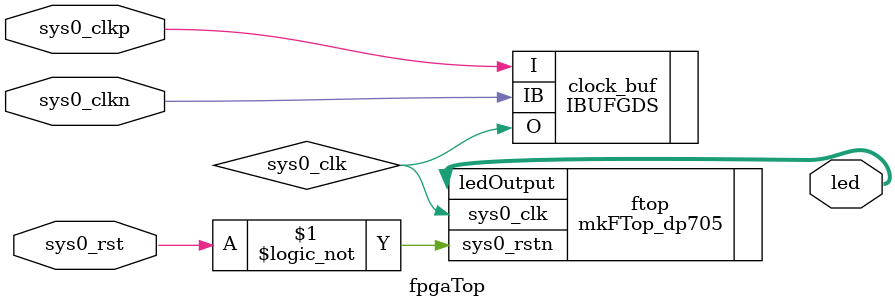
<source format=v>

module fpgaTop (
  input  wire        sys0_clkp,      // sys0 Clock +
  input  wire        sys0_clkn,      // sys0 Clock -
  input  wire        sys0_rst,       // sys0 Reset (active high)

  output wire [7:0]  led,            // leds
//  output wire [3:0]  lcd_db,
//  output wire        lcd_e,
//  output wire        lcd_rs,
//  output wire        lcd_rw


);

//ECO here
wire sys0_clk;
IBUFGDS clock_buf( .O(sys0_clk), .I(sys0_clkp), .IB(sys0_clkn));

// Instance and connect mkFTop...
 mkFTop_dp705 ftop(
  .sys0_clk          (sys0_clk),
  .sys0_rstn         (!sys0_rst),   // Invert to make active-low

  .ledOutput           (led),
//  .lcd_db            (lcd_db),
//  .lcd_e             (lcd_e),
//  .lcd_rs            (lcd_rs),
//  .lcd_rw            (lcd_rw)
);

endmodule

</source>
